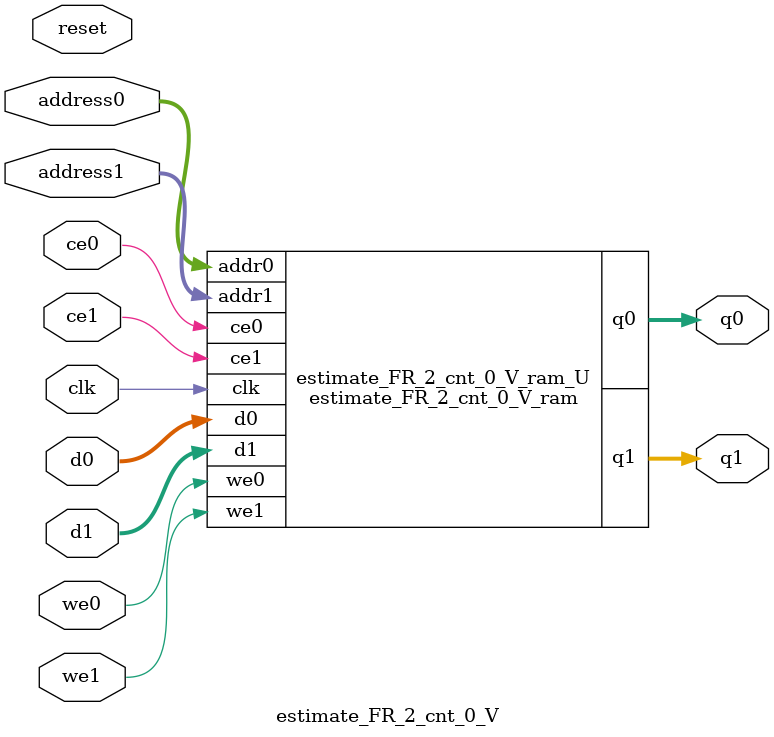
<source format=v>
`timescale 1 ns / 1 ps
module estimate_FR_2_cnt_0_V_ram (addr0, ce0, d0, we0, q0, addr1, ce1, d1, we1, q1,  clk);

parameter DWIDTH = 6;
parameter AWIDTH = 5;
parameter MEM_SIZE = 24;

input[AWIDTH-1:0] addr0;
input ce0;
input[DWIDTH-1:0] d0;
input we0;
output reg[DWIDTH-1:0] q0;
input[AWIDTH-1:0] addr1;
input ce1;
input[DWIDTH-1:0] d1;
input we1;
output reg[DWIDTH-1:0] q1;
input clk;

(* ram_style = "block" *)reg [DWIDTH-1:0] ram[0:MEM_SIZE-1];




always @(posedge clk)  
begin 
    if (ce0) 
    begin
        if (we0) 
        begin 
            ram[addr0] <= d0; 
        end 
        q0 <= ram[addr0];
    end
end


always @(posedge clk)  
begin 
    if (ce1) 
    begin
        if (we1) 
        begin 
            ram[addr1] <= d1; 
        end 
        q1 <= ram[addr1];
    end
end


endmodule

`timescale 1 ns / 1 ps
module estimate_FR_2_cnt_0_V(
    reset,
    clk,
    address0,
    ce0,
    we0,
    d0,
    q0,
    address1,
    ce1,
    we1,
    d1,
    q1);

parameter DataWidth = 32'd6;
parameter AddressRange = 32'd24;
parameter AddressWidth = 32'd5;
input reset;
input clk;
input[AddressWidth - 1:0] address0;
input ce0;
input we0;
input[DataWidth - 1:0] d0;
output[DataWidth - 1:0] q0;
input[AddressWidth - 1:0] address1;
input ce1;
input we1;
input[DataWidth - 1:0] d1;
output[DataWidth - 1:0] q1;



estimate_FR_2_cnt_0_V_ram estimate_FR_2_cnt_0_V_ram_U(
    .clk( clk ),
    .addr0( address0 ),
    .ce0( ce0 ),
    .we0( we0 ),
    .d0( d0 ),
    .q0( q0 ),
    .addr1( address1 ),
    .ce1( ce1 ),
    .we1( we1 ),
    .d1( d1 ),
    .q1( q1 ));

endmodule


</source>
